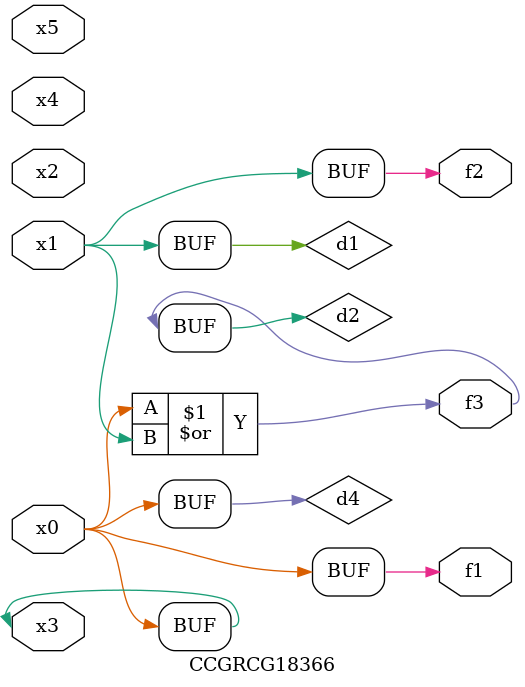
<source format=v>
module CCGRCG18366(
	input x0, x1, x2, x3, x4, x5,
	output f1, f2, f3
);

	wire d1, d2, d3, d4;

	and (d1, x1);
	or (d2, x0, x1);
	nand (d3, x0, x5);
	buf (d4, x0, x3);
	assign f1 = d4;
	assign f2 = d1;
	assign f3 = d2;
endmodule

</source>
